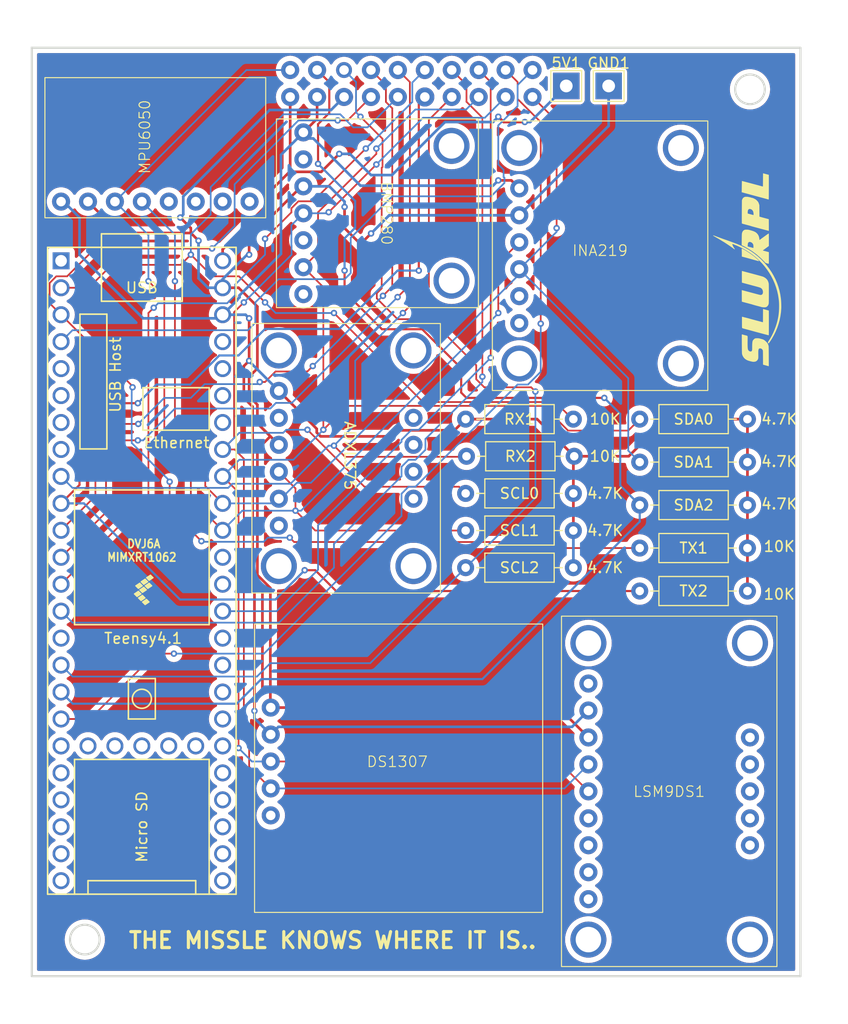
<source format=kicad_pcb>
(kicad_pcb (version 20240108) (generator "pcbnew") (generator_version "8.0")
  (layers (0 "F.Cu" signal) (31 "B.Cu" signal) (34 "B.Paste" user) (35 "F.Paste" user) (36 "B.SilkS" user "B.Silkscreen") (37 "F.SilkS" user "F.Silkscreen") (38 "B.Mask" user) (39 "F.Mask" user) (44 "Edge.Cuts" user))
  (net 0 "")
  (net 6 "/SDA1")
  (net 7 "/SCL1")
  (net 10 "/3V3")
  (net 12 "/SCL0")
  (net 14 "/SDA0")
  (net 15 "/RFM-SCK")
  (net 16 "/RX2")
  (net 17 "/SDA2")
  (net 18 "/SCL2")
  (net 19 "/VIDEO{slash}ON")
  (net 20 "/RFM-RST")
  (net 21 "/RFM-INT")
  (net 22 "/RFM-MISO")
  (net 23 "/TX2")
  (net 24 "/RFM-CS")
  (net 25 "/RX1")
  (net 26 "/RFM-MOSI")
  (net 27 "/TX1")
  (net 77 "+5V")
  (net 78 "GND")
  (footprint "SACCUP-2025:LSM9DS1" (layer "F.Cu") (at 174.96 135.09)
    (property "Reference" "LSM9DS1")
    (property "Value" "~" (hide yes))
  )
  (footprint "Resistor_THT:R_Axial_DIN0207_L6.3mm_D2.5mm_P10.16mm_Horizontal" (layer "F.Cu") (at 182.34 87.55)
    (property "Reference" "SDA1")
    (property "Value" "4.7K")
  )
  (footprint "SACCUP-2025:MPU6050" (layer "F.Cu") (at 147.064 64.524 90)
    (property "Reference" "MPU6050")
    (property "Value" "~" (hide yes))
  )
  (footprint "SACCUP-2025:INA219" (layer "F.Cu") (at 168.44 55.4)
    (property "Reference" "INA219")
    (property "Value" "~" (hide yes))
  )
  (footprint "SACCUP-2025:DS1307" (layer "F.Cu") (at 146.011 129.989)
    (property "Reference" "DS1307")
    (property "Value" "~" (hide yes))
  )
  (footprint "SACCUP-2025:SLURPL-Logo" (layer "F.Cu") (at 192.5 69.5 90)
    (property "Reference" "G***" (hide yes))
    (property "Value" "LOGO" (hide yes))
  )
  (footprint "SACCUP-2025:Component Breakout" (layer "F.Cu") (at 173.246 51.87 90)
    (property "Reference" "Component_Breakout1" (hide yes))
    (property "Value" "~" (hide yes))
  )
  (footprint "Resistor_THT:R_Axial_DIN0207_L6.3mm_D2.5mm_P10.16mm_Horizontal" (layer "F.Cu") (at 182.34 83.5)
    (property "Reference" "SDA0")
    (property "Value" "4.7K")
  )
  (footprint "Resistor_THT:R_Axial_DIN0207_L6.3mm_D2.5mm_P10.16mm_Horizontal" (layer "F.Cu") (at 176.08 83.5 180)
    (property "Reference" "RX1")
    (property "Value" "10K")
  )
  (footprint "SACCUP-2025:Teensy41" (layer "F.Cu") (at 135.38 97.79 -90)
    (property "Reference" "U1" (hide yes))
    (property "Value" "Teensy4.1")
  )
  (footprint "SACCUP-2025:BMP280" (layer "F.Cu") (at 148.075 55.21 -90)
    (property "Reference" "BMP280")
    (property "Value" "~" (hide yes))
  )
  (footprint "Resistor_THT:R_Axial_DIN0207_L6.3mm_D2.5mm_P10.16mm_Horizontal" (layer "F.Cu") (at 182.34 95.65)
    (property "Reference" "TX1")
    (property "Value" "10K")
  )
  (footprint "TestPoint:TestPoint_THTPad_2.5x2.5mm_Drill1.2mm" (layer "F.Cu") (at 175.41 52.1)
    (property "Reference" "5V1")
    (property "Value" "Power_Hole" (hide yes))
  )
  (footprint "Resistor_THT:R_Axial_DIN0207_L6.3mm_D2.5mm_P10.16mm_Horizontal" (layer "F.Cu") (at 182.34 91.6)
    (property "Reference" "SDA2")
    (property "Value" "4.7K")
  )
  (footprint "SACCUP-2025:ADXL375" (layer "F.Cu") (at 145.76 74.49 -90)
    (property "Reference" "ADXL375" (hide yes))
    (property "Value" "ADXL375")
  )
  (footprint "Resistor_THT:R_Axial_DIN0207_L6.3mm_D2.5mm_P10.16mm_Horizontal" (layer "F.Cu") (at 182.34 99.7)
    (property "Reference" "TX2")
    (property "Value" "10K")
  )
  (footprint "TestPoint:TestPoint_THTPad_2.5x2.5mm_Drill1.2mm" (layer "F.Cu") (at 179.41 52.1)
    (property "Reference" "GND1")
    (property "Value" "Power_Hole" (hide yes))
  )
  (footprint "Resistor_THT:R_Axial_DIN0207_L6.3mm_D2.5mm_P10.16mm_Horizontal" (layer "F.Cu") (at 166 87)
    (property "Reference" "RX2")
    (property "Value" "10K")
  )
  (footprint "Resistor_THT:R_Axial_DIN0207_L6.3mm_D2.5mm_P10.16mm_Horizontal" (layer "F.Cu") (at 165.92 90.5)
    (property "Reference" "SCL0")
    (property "Value" "4.7K")
  )
  (footprint "Resistor_THT:R_Axial_DIN0207_L6.3mm_D2.5mm_P10.16mm_Horizontal" (layer "F.Cu") (at 165.92 97.5)
    (property "Reference" "SCL2")
    (property "Value" "4.7K")
  )
  (footprint "Resistor_THT:R_Axial_DIN0207_L6.3mm_D2.5mm_P10.16mm_Horizontal" (layer "F.Cu") (at 165.92 94)
    (property "Reference" "SCL1")
    (property "Value" "4.7K")
  )
  (gr_circle (center 130 132.55) (end 131.4 132.55) (stroke (width 0.2)) (fill none) (layer "Edge.Cuts"))
  (gr_rect (start 125 48.5) (end 197.5 136) (stroke (width 0.2)) (fill none) (layer "Edge.Cuts"))
  (gr_circle (center 192.74 52.418861) (end 194.14 52.418861) (stroke (width 0.2)) (fill none) (layer "Edge.Cuts"))
  (gr_text "THE MISSLE KNOWS WHERE IT IS.." (at 134 133.5 0) (layer "F.SilkS") (effects (font (size 1.5 1.5) (thickness 0.3) (bold yes)) (justify left bottom)))
  (segment (start 174.5 55.41) (end 172.23 53.14) (width 0.16) (layer "F.Cu") (net 6))
  (segment (start 138.5 84.78) (end 138.5 70.5) (width 0.16) (layer "F.Cu") (net 6))
  (segment (start 141.36 87.64) (end 138.5 84.78) (width 0.16) (layer "F.Cu") (net 6))
  (segment (start 174.5 65.5) (end 174.5 55.41) (width 0.16) (layer "F.Cu") (net 6))
  (segment (start 141.36 89.8) (end 141.36 87.64) (width 0.16) (layer "F.Cu") (net 6))
  (segment (start 143 91.44) (end 141.36 89.8) (width 0.16) (layer "F.Cu") (net 6))
  (via (at 138.5 70.5) (size 0.6) (drill 0.3) (layers "F.Cu" "B.Cu") (net 6))
  (via (at 174.5 65.5) (size 0.6) (drill 0.3) (layers "F.Cu" "B.Cu") (net 6))
  (segment (start 170.98 69.37) (end 181.26 79.65) (width 0.16) (layer "B.Cu") (net 6))
  (segment (start 181.26 86.47) (end 182.34 87.55) (width 0.16) (layer "B.Cu") (net 6))
  (segment (start 147.86 91.44) (end 148.3 91) (width 0.16) (layer "B.Cu") (net 6))
  (segment (start 151.330143 89.5) (end 170.98 69.850143) (width 0.16) (layer "B.Cu") (net 6))
  (segment (start 150 89.5) (end 151.330143 89.5) (width 0.16) (layer "B.Cu") (net 6))
  (segment (start 148.5 91) (end 150 89.5) (width 0.16) (layer "B.Cu") (net 6))
  (segment (start 138.5 70.5) (end 138.5 66.12) (width 0.16) (layer "B.Cu") (net 6))
  (segment (start 143 91.44) (end 147.86 91.44) (width 0.16) (layer "B.Cu") (net 6))
  (segment (start 174.5 65.85) (end 170.98 69.37) (width 0.16) (layer "B.Cu") (net 6))
  (segment (start 174.5 65.5) (end 174.5 65.85) (width 0.16) (layer "B.Cu") (net 6))
  (segment (start 138.5 66.12) (end 135.38 63) (width 0.16) (layer "B.Cu") (net 6))
  (segment (start 181.26 79.65) (end 181.26 86.47) (width 0.16) (layer "B.Cu") (net 6))
  (segment (start 148.3 91) (end 148.5 91) (width 0.16) (layer "B.Cu") (net 6))
  (segment (start 170.98 69.850143) (end 170.98 69.37) (width 0.16) (layer "B.Cu") (net 6))
  (segment (start 141.92 92.9) (end 143 93.98) (width 0.16) (layer "F.Cu") (net 7))
  (segment (start 140 91) (end 141.9 92.9) (width 0.16) (layer "F.Cu") (net 7))
  (segment (start 169 73.5) (end 169 68.81) (width 0.16) (layer "F.Cu") (net 7))
  (segment (start 141.9 92.9) (end 141.92 92.9) (width 0.16) (layer "F.Cu") (net 7))
  (segment (start 151.74 94) (end 165.92 94) (width 0.16) (layer "F.Cu") (net 7))
  (segment (start 137.5 72) (end 137.5 85.5) (width 0.16) (layer "F.Cu") (net 7))
  (segment (start 136 70.5) (end 137.5 72) (width 0.16) (layer "F.Cu") (net 7))
  (segment (start 140 88) (end 140 91) (width 0.16) (layer "F.Cu") (net 7))
  (segment (start 149.87 92.13) (end 151.74 94) (width 0.16) (layer "F.Cu") (net 7))
  (segment (start 169 68.81) (end 170.98 66.83) (width 0.16) (layer "F.Cu") (net 7))
  (segment (start 137.5 85.5) (end 140 88) (width 0.16) (layer "F.Cu") (net 7))
  (segment (start 149.87 90.03) (end 148.3 88.46) (width 0.16) (layer "F.Cu") (net 7))
  (segment (start 149.87 92.13) (end 149.87 90.03) (width 0.16) (layer "F.Cu") (net 7))
  (via (at 136 70.5) (size 0.6) (drill 0.3) (layers "F.Cu" "B.Cu") (net 7))
  (via (at 169 73.5) (size 0.6) (drill 0.3) (layers "F.Cu" "B.Cu") (net 7))
  (via (at 149.87 92.13) (size 0.6) (drill 0.3) (layers "F.Cu" "B.Cu") (net 7))
  (segment (start 149.87 92.13) (end 150.398062 92.13) (width 0.16) (layer "B.Cu") (net 7))
  (segment (start 136 70.5) (end 136 66.16) (width 0.16) (layer "B.Cu") (net 7))
  (segment (start 136 66.16) (end 132.84 63) (width 0.16) (layer "B.Cu") (net 7))
  (segment (start 144.85 92.13) (end 149.87 92.13) (width 0.16) (layer "B.Cu") (net 7))
  (segment (start 143 93.98) (end 144.85 92.13) (width 0.16) (layer "B.Cu") (net 7))
  (segment (start 145.24 50.6) (end 149.37 50.6) (width 0.16) (layer "B.Cu") (net 7))
  (segment (start 132.84 63) (end 145.24 50.6) (width 0.16) (layer "B.Cu") (net 7))
  (segment (start 150.398062 92.13) (end 169 73.528062) (width 0.16) (layer "B.Cu") (net 7))
  (segment (start 169 73.528062) (end 169 73.5) (width 0.16) (layer "B.Cu") (net 7))
  (segment (start 164.865 84.555) (end 165.92 83.5) (width 0.25) (layer "F.Cu") (net 10))
  (segment (start 145.5 74) (end 145.5 78) (width 0.25) (layer "F.Cu") (net 10))
  (segment (start 192.5 83.5) (end 192.5 87.55) (width 0.25) (layer "F.Cu") (net 10))
  (segment (start 159.445 84.555) (end 164.865 84.555) (width 0.25) (layer "F.Cu") (net 10))
  (segment (start 165.92 83.5) (end 172.66 83.5) (width 0.25) (layer "F.Cu") (net 10))
  (segment (start 184.799009 83.5) (end 192.5 83.5) (width 0.25) (layer "F.Cu") (net 10))
  (segment (start 181.299009 87) (end 184.799009 83.5) (width 0.25) (layer "F.Cu") (net 10))
  (segment (start 192.5 95.65) (end 192.5 99.7) (width 0.25) (layer "F.Cu") (net 10))
  (segment (start 176.16 87.16) (end 176.08 87.24) (width 0.25) (layer "F.Cu") (net 10))
  (segment (start 151.875 84.415) (end 151.875 84.758884) (width 0.25) (layer "F.Cu") (net 10))
  (segment (start 176.08 87.24) (end 176.08 90.5) (width 0.25) (layer "F.Cu") (net 10))
  (segment (start 192.5 87.55) (end 192.5 91.6) (width 0.25) (layer "F.Cu") (net 10))
  (segment (start 176.16 87) (end 181.299009 87) (width 0.25) (layer "F.Cu") (net 10))
  (segment (start 151.91 55.185) (end 150.615 56.48) (width 0.25) (layer "F.Cu") (net 10))
  (segment (start 170.23 61) (end 170.98 61.75) (width 0.25) (layer "F.Cu") (net 10))
  (segment (start 152.241116 85.125) (end 158.875 85.125) (width 0.25) (layer "F.Cu") (net 10))
  (segment (start 145.825 98.375179) (end 145.825 82.325) (width 0.25) (layer "F.Cu") (net 10))
  (segment (start 176.16 87) (end 176.16 87.16) (width 0.25) (layer "F.Cu") (net 10))
  (segment (start 151.875 84.758884) (end 152.241116 85.125) (width 0.25) (layer "F.Cu") (net 10))
  (segment (start 145.825 82.325) (end 145 81.5) (width 0.25) (layer "F.Cu") (net 10))
  (segment (start 169 61) (end 170.23 61) (width 0.25) (layer "F.Cu") (net 10))
  (segment (start 192.5 91.6) (end 192.5 95.65) (width 0.25) (layer "F.Cu") (net 10))
  (segment (start 146 98.550179) (end 145.825 98.375179) (width 0.25) (layer "F.Cu") (net 10))
  (segment (start 176.08 90.5) (end 176.08 94) (width 0.25) (layer "F.Cu") (net 10))
  (segment (start 151.91 53.14) (end 151.91 55.185) (width 0.25) (layer "F.Cu") (net 10))
  (segment (start 145 81.5) (end 145 78.5) (width 0.25) (layer "F.Cu") (net 10))
  (segment (start 148.3 80.84) (end 151.875 84.415) (width 0.25) (layer "F.Cu") (net 10))
  (segment (start 172.66 83.5) (end 176.16 87) (width 0.25) (layer "F.Cu") (net 10))
  (segment (start 145 78.5) (end 145.5 78) (width 0.25) (layer "F.Cu") (net 10))
  (segment (start 146 111) (end 146 98.550179) (width 0.25) (layer "F.Cu") (net 10))
  (segment (start 158.875 85.125) (end 159.445 84.555) (width 0.25) (layer "F.Cu") (net 10))
  (via (at 146 111) (size 0.6) (drill 0.3) (layers "F.Cu" "B.Cu") (net 10))
  (via (at 145.5 74) (size 0.6) (drill 0.3) (layers "F.Cu" "B.Cu") (net 10))
  (via (at 145.5 78) (size 0.6) (drill 0.3) (layers "F.Cu" "B.Cu") (net 10))
  (via (at 169 61) (size 0.6) (drill 0.3) (layers "F.Cu" "B.Cu") (net 10))
  (segment (start 177.5 110.96) (end 175.96 112.5) (width 0.25) (layer "B.Cu") (net 10))
  (segment (start 143 73.66) (end 144.375 72.285) (width 0.25) (layer "B.Cu") (net 10))
  (segment (start 143 73.66) (end 142.66 74) (width 0.25) (layer "B.Cu") (net 10))
  (segment (start 150.0475 57.0475) (end 150.615 56.48) (width 0.25) (layer "B.Cu") (net 10))
  (segment (start 146 111) (end 146 111.69) (width 0.25) (layer "B.Cu") (net 10))
  (segment (start 145.5 78) (end 145.5 78.04) (width 0.25) (layer "B.Cu") (net 10))
  (segment (start 151.5475 57.0475) (end 156 61.5) (width 0.25) (layer "B.Cu") (net 10))
  (segment (start 148.5 58.595) (end 150.0475 57.0475) (width 0.25) (layer "B.Cu") (net 10))
  (segment (start 144.375 72.285) (end 144.375 72.241116) (width 0.25) (layer "B.Cu") (net 10))
  (segment (start 144.375 72.241116) (end 144.595 72.021116) (width 0.25) (layer "B.Cu") (net 10))
  (segment (start 129.5 64.5) (end 127.76 62.76) (width 0.25) (layer "B.Cu") (net 10))
  (segment (start 150.0475 57.0475) (end 151.5475 57.0475) (width 0.25) (layer "B.Cu") (net 10))
  (segment (start 144.595 72.021116) (end 144.595 71.832244) (width 0.25) (layer "B.Cu") (net 10))
  (segment (start 144.595 71.832244) (end 148.5 67.927244) (width 0.25) (layer "B.Cu") (net 10))
  (segment (start 129.5 68) (end 129.5 64.5) (width 0.25) (layer "B.Cu") (net 10))
  (segment (start 176.08 94) (end 176.08 97.5) (width 0.25) (layer "B.Cu") (net 10))
  (segment (start 148.26 112.5) (end 147.535 113.225) (width 0.25) (layer "B.Cu") (net 10))
  (segment (start 142.66 74) (end 135.5 74) (width 0.25) (layer "B.Cu") (net 10))
  (segment (start 135.5 74) (end 129.5 68) (width 0.25) (layer "B.Cu") (net 10))
  (segment (start 145.16 73.66) (end 145.5 74) (width 0.25) (layer "B.Cu") (net 10))
  (segment (start 145.5 78.04) (end 148.3 80.84) (width 0.25) (layer "B.Cu") (net 10))
  (segment (start 156 61.5) (end 168.5 61.5) (width 0.25) (layer "B.Cu") (net 10))
  (segment (start 143 73.66) (end 145.16 73.66) (width 0.25) (layer "B.Cu") (net 10))
  (segment (start 175.96 112.5) (end 148.26 112.5) (width 0.25) (layer "B.Cu") (net 10))
  (segment (start 168.5 61.5) (end 169 61) (width 0.25) (layer "B.Cu") (net 10))
  (segment (start 146 111.69) (end 147.535 113.225) (width 0.25) (layer "B.Cu") (net 10))
  (segment (start 148.5 67.927244) (end 148.5 58.595) (width 0.25) (layer "B.Cu") (net 10))
  (segment (start 145 87.22863) (end 144.13137 86.36) (width 0.16) (layer "F.Cu") (net 12))
  (segment (start 144.13137 86.36) (end 143 86.36) (width 0.16) (layer "F.Cu") (net 12))
  (segment (start 151 84.5) (end 156.37 89.87) (width 0.16) (layer "F.Cu") (net 12))
  (segment (start 147.535 118.305) (end 145.5 116.27) (width 0.16) (layer "F.Cu") (net 12))
  (segment (start 156.37 89.87) (end 165.29 89.87) (width 0.16) (layer "F.Cu") (net 12))
  (segment (start 143 86.36) (end 144.08 85.28) (width 0.16) (layer "F.Cu") (net 12))
  (segment (start 145 112.5) (end 145 87.22863) (width 0.16) (layer "F.Cu") (net 12))
  (segment (start 144.08 85.28) (end 144.08 73.42) (width 0.16) (layer "F.Cu") (net 12))
  (segment (start 157.5 59.5) (end 153 64) (width 0.16) (layer "F.Cu") (net 12))
  (segment (start 144.08 73.42) (end 145 72.5) (width 0.16) (layer "F.Cu") (net 12))
  (segment (start 145.5 113) (end 145 112.5) (width 0.16) (layer "F.Cu") (net 12))
  (segment (start 145.5 116.27) (end 145.5 113) (width 0.16) (layer "F.Cu") (net 12))
  (segment (start 165.29 89.87) (end 165.92 90.5) (width 0.16) (layer "F.Cu") (net 12))
  (via (at 157.5 59.5) (size 0.6) (drill 0.3) (layers "F.Cu" "B.Cu") (net 12))
  (via (at 153 64) (size 0.6) (drill 0.3) (layers "F.Cu" "B.Cu") (net 12))
  (via (at 151 84.5) (size 0.6) (drill 0.3) (layers "F.Cu" "B.Cu") (net 12))
  (via (at 145 72.5) (size 0.6) (drill 0.3) (layers "F.Cu" "B.Cu") (net 12))
  (segment (start 149.5 67.123062) (end 149.485 67.108062) (width 0.16) (layer "B.Cu") (net 12))
  (segment (start 143 86.36) (end 144.57 84.79) (width 0.16) (layer "B.Cu") (net 12))
  (segment (start 169.69 53.14) (end 167.735 55.095) (width 0.16) (layer "B.Cu") (net 12))
  (segment (start 153 64) (end 152.9 64.1) (width 0.16) (layer "B.Cu") (net 12))
  (segment (start 150.99 84.51) (end 151 84.5) (width 0.16) (layer "B.Cu") (net 12))
  (segment (start 145 72.5) (end 149.5 68) (width 0.16) (layer "B.Cu") (net 12))
  (segment (start 149.485 65.23) (end 150.615 64.1) (width 0.16) (layer "B.Cu") (net 12))
  (segment (start 148.71 84.79) (end 149 84.5) (width 0.16) (layer "B.Cu") (net 12))
  (segment (start 149 84.5) (end 151 84.5) (width 0.16) (layer "B.Cu") (net 12))
  (segment (start 147.535 118.305) (end 175.235 118.305) (width 0.16) (layer "B.Cu") (net 12))
  (segment (start 144.57 84.79) (end 148.71 84.79) (width 0.16) (layer "B.Cu") (net 12))
  (segment (start 149.485 67.108062) (end 149.485 65.23) (width 0.16) (layer "B.Cu") (net 12))
  (segment (start 161.905 55.095) (end 157.5 59.5) (width 0.16) (layer "B.Cu") (net 12))
  (segment (start 149.5 68) (end 149.5 67.123062) (width 0.16) (layer "B.Cu") (net 12))
  (segment (start 167.735 55.095) (end 161.905 55.095) (width 0.16) (layer "B.Cu") (net 12))
  (segment (start 152.9 64.1) (end 150.615 64.1) (width 0.16) (layer "B.Cu") (net 12))
  (segment (start 175.235 118.305) (end 177.5 116.04) (width 0.16) (layer "B.Cu") (net 12))
  (segment (start 157.5 58.5) (end 152 64) (width 0.16) (layer "F.Cu") (net 14))
  (segment (start 144.5 90.4) (end 143 88.9) (width 0.16) (layer "F.Cu") (net 14))
  (segment (start 175.58 84.58) (end 173.25 82.25) (width 0.16) (layer "F.Cu") (net 14))
  (segment (start 174.685 115.765) (end 177.5 118.58) (width 0.16) (layer "F.Cu") (net 14))
  (segment (start 154.75 82.25) (end 152.5 84.5) (width 0.16) (layer "F.Cu") (net 14))
  (segment (start 152 64) (end 152 67.795) (width 0.16) (layer "F.Cu") (net 14))
  (segment (start 152.5 84.5) (end 152.5 71.065) (width 0.16) (layer "F.Cu") (net 14))
  (segment (start 147.535 115.765) (end 174.685 115.765) (width 0.16) (layer "F.Cu") (net 14))
  (segment (start 182.34 83.5) (end 181.26 84.58) (width 0.16) (layer "F.Cu") (net 14))
  (segment (start 144.5 114.5) (end 144.5 90.4) (width 0.16) (layer "F.Cu") (net 14))
  (segment (start 157.5 58) (end 157.5 58.5) (width 0.16) (layer "F.Cu") (net 14))
  (segment (start 152 67.795) (end 150.615 69.18) (width 0.16) (layer "F.Cu") (net 14))
  (segment (start 152.5 71.065) (end 150.615 69.18) (width 0.16) (layer "F.Cu") (net 14))
  (segment (start 181.84 83) (end 182.34 83.5) (width 0.16) (layer "F.Cu") (net 14))
  (segment (start 181.26 84.58) (end 175.58 84.58) (width 0.16) (layer "F.Cu") (net 14))
  (segment (start 173.25 82.25) (end 154.75 82.25) (width 0.16) (layer "F.Cu") (net 14))
  (via (at 157.5 58) (size 0.6) (drill 0.3) (layers "F.Cu" "B.Cu") (net 14))
  (via (at 152.5 84.5) (size 0.6) (drill 0.3) (layers "F.Cu" "B.Cu") (net 14))
  (via (at 144.5 114.5) (size 0.6) (drill 0.3) (layers "F.Cu" "B.Cu") (net 14))
  (segment (start 145.765 115.765) (end 144.5 114.5) (width 0.16) (layer "B.Cu") (net 14))
  (segment (start 157.5 58) (end 161.18 54.32) (width 0.16) (layer "B.Cu") (net 14))
  (segment (start 144.57 87.33) (end 149.67 87.33) (width 0.16) (layer "B.Cu") (net 14))
  (segment (start 143 88.9) (end 144.57 87.33) (width 0.16) (layer "B.Cu") (net 14))
  (segment (start 149.67 87.33) (end 152.5 84.5) (width 0.16) (layer "B.Cu") (net 14))
  (segment (start 165.97 54.32) (end 167.15 53.14) (width 0.16) (layer "B.Cu") (net 14))
  (segment (start 161.18 54.32) (end 165.97 54.32) (width 0.16) (layer "B.Cu") (net 14))
  (segment (start 147.535 115.765) (end 145.765 115.765) (width 0.16) (layer "B.Cu") (net 14))
  (segment (start 168.28 77.72) (end 168.28 51.73) (width 0.16) (layer "F.Cu") (net 15))
  (segment (start 168.28 51.73) (end 167.15 50.6) (width 0.16) (layer "F.Cu") (net 15))
  (via (at 168.28 77.72) (size 0.6) (drill 0.3) (layers "F.Cu" "B.Cu") (net 15))
  (segment (start 159.87 85.63) (end 159.87 85.451938) (width 0.16) (layer "B.Cu") (net 15))
  (segment (start 152 93.5) (end 159.87 85.63) (width 0.16) (layer "B.Cu") (net 15))
  (segment (start 161.49 84.51) (end 168.28 77.72) (width 0.16) (layer "B.Cu") (net 15))
  (segment (start 143 101.6) (end 148.091853 101.6) (width 0.16) (layer "B.Cu") (net 15))
  (segment (start 159.87 85.451938) (end 160.811938 84.51) (width 0.16) (layer "B.Cu") (net 15))
  (segment (start 148.091853 101.6) (end 152 97.691853) (width 0.16) (layer "B.Cu") (net 15))
  (segment (start 152 97.691853) (end 152 93.5) (width 0.16) (layer "B.Cu") (net 15))
  (segment (start 160.811938 84.51) (end 161.49 84.51) (width 0.16) (layer "B.Cu") (net 15))
  (segment (start 165.95 87.05) (end 166 87) (width 0.16) (layer "F.Cu") (net 16))
  (segment (start 154.55 87.05) (end 165.95 87.05) (width 0.16) (layer "F.Cu") (net 16))
  (segment (start 162.45 71.05) (end 160 73.5) (width 0.16) (layer "F.Cu") (net 16))
  (segment (start 162.45 55.3) (end 162.45 71.05) (width 0.16) (layer "F.Cu") (net 16))
  (segment (start 153.5 86) (end 154.55 87.05) (width 0.16) (layer "F.Cu") (net 16))
  (segment (start 164.61 53.14) (end 162.45 55.3) (width 0.16) (layer "F.Cu") (net 16))
  (via (at 153.5 86) (size 0.6) (drill 0.3) (layers "F.Cu" "B.Cu") (net 16))
  (via (at 160 73.5) (size 0.6) (drill 0.3) (layers "F.Cu" "B.Cu") (net 16))
  (segment (start 155.5 84) (end 153.5 86) (width 0.16) (layer "B.Cu") (net 16))
  (segment (start 152.990884 86) (end 149.400884 89.59) (width 0.16) (layer "B.Cu") (net 16))
  (segment (start 143.52 89.98) (end 128.84 89.98) (width 0.16) (layer "B.Cu") (net 16))
  (segment (start 155.5 78) (end 155.5 84) (width 0.16) (layer "B.Cu") (net 16))
  (segment (start 160 73.5) (end 155.5 78) (width 0.16) (layer "B.Cu") (net 16))
  (segment (start 128.84 89.98) (end 127.76 88.9) (width 0.16) (layer "B.Cu") (net 16))
  (segment (start 152.990884 86) (end 153.5 86) (width 0.16) (layer "B.Cu") (net 16))
  (segment (start 143.91 89.59) (end 143.52 89.98) (width 0.16) (layer "B.Cu") (net 16))
  (segment (start 149.400884 89.59) (end 143.91 89.59) (width 0.16) (layer "B.Cu") (net 16))
  (segment (start 152 59.44) (end 152 55.69604) (width 0.2) (layer "F.Cu") (net 17))
  (segment (start 153.06 51.75) (end 151.91 50.6) (width 0.2) (layer "F.Cu") (net 17))
  (segment (start 153.06 54.63604) (end 153.06 51.75) (width 0.2) (layer "F.Cu") (net 17))
  (segment (start 154.5 71.5) (end 158.03 75.03) (width 0.2) (layer "F.Cu") (net 17))
  (segment (start 165.5 78.701572) (end 165.5 81) (width 0.2) (layer "F.Cu") (net 17))
  (segment (start 158.03 75.03) (end 161.828428 75.03) (width 0.2) (layer "F.Cu") (net 17))
  (segment (start 165.5 81) (end 166 81.5) (width 0.2) (layer "F.Cu") (net 17))
  (segment (start 152 55.69604) (end 153.06 54.63604) (width 0.2) (layer "F.Cu") (net 17))
  (segment (start 154.5 69.5) (end 154.5 71.5) (width 0.2) (layer "F.Cu") (net 17))
  (segment (start 166 81.5) (end 179 81.5) (width 0.2) (layer "F.Cu") (net 17))
  (segment (start 161.828428 75.03) (end 165.5 78.701572) (width 0.2) (layer "F.Cu") (net 17))
  (via (at 152 59.44) (size 0.6) (drill 0.3) (layers "F.Cu" "B.Cu") (net 17))
  (via (at 179 81.5) (size 0.6) (drill 0.3) (layers "F.Cu" "B.Cu") (net 17))
  (via (at 154.5 69.5) (size 0.6) (drill 0.3) (layers "F.Cu" "B.Cu") (net 17))
  (segment (start 127.76 109.22) (end 128.86 110.32) (width 0.2) (layer "B.Cu") (net 17))
  (segment (start 152 59.44) (end 155.5 62.94) (width 0.2) (layer "B.Cu") (net 17))
  (segment (start 180.5 83) (end 180.5 89.76) (width 0.2) (layer "B.Cu") (net 17))
  (segment (start 155.5 65.462598) (end 154.5 66.462598) (width 0.2) (layer "B.Cu") (net 17))
  (segment (start 128.86 110.32) (end 144.331471 110.32) (width 0.2) (layer "B.Cu") (net 17))
  (segment (start 144.331471 110.32) (end 146.651471 108) (width 0.2) (layer "B.Cu") (net 17))
  (segment (start 155.5 62.94) (end 155.5 65.462598) (width 0.2) (layer "B.Cu") (net 17))
  (segment (start 167.5 108) (end 182.34 93.16) (width 0.2) (layer "B.Cu") (net 17))
  (segment (start 179 81.5) (end 180.5 83) (width 0.2) (layer "B.Cu") (net 17))
  (segment (start 154.5 66.462598) (end 154.5 69.5) (width 0.2) (layer "B.Cu") (net 17))
  (segment (start 180.5 89.76) (end 182.34 91.6) (width 0.2) (layer "B.Cu") (net 17))
  (segment (start 146.651471 108) (end 167.5 108) (width 0.2) (layer "B.Cu") (net 17))
  (segment (start 182.34 93.16) (end 182.34 91.6) (width 0.2) (layer "B.Cu") (net 17))
  (segment (start 167.679756 80.5) (end 166.92 79.740244) (width 0.16) (layer "F.Cu") (net 18))
  (segment (start 157.54 72.120244) (end 157.54 71.639756) (width 0.16) (layer "F.Cu") (net 18))
  (segment (start 159.499756 74.08) (end 157.54 72.120244) (width 0.16) (layer "F.Cu") (net 18))
  (segment (start 166.92 78.42) (end 162.58 74.08) (width 0.16) (layer "F.Cu") (net 18))
  (segment (start 172.1 80.5) (end 167.679756 80.5) (width 0.16) (layer "F.Cu") (net 18))
  (segment (start 162.58 74.08) (end 159.499756 74.08) (width 0.16) (layer "F.Cu") (net 18))
  (segment (start 158 59.820244) (end 158.08 59.740244) (width 0.16) (layer "F.Cu") (net 18))
  (segment (start 166.92 79.740244) (end 166.92 78.42) (width 0.16) (layer "F.Cu") (net 18))
  (segment (start 157.54 71.639756) (end 158 71.179756) (width 0.16) (layer "F.Cu") (net 18))
  (segment (start 172.5 80.9) (end 172.1 80.5) (width 0.16) (layer "F.Cu") (net 18))
  (segment (start 158.08 59.740244) (end 158.08 57.08) (width 0.16) (layer "F.Cu") (net 18))
  (segment (start 158 71.179756) (end 158 59.820244) (width 0.16) (layer "F.Cu") (net 18))
  (segment (start 158.08 57.08) (end 156 55) (width 0.16) (layer "F.Cu") (net 18))
  (via (at 172.5 80.9) (size 0.6) (drill 0.3) (layers "F.Cu" "B.Cu") (net 18))
  (via (at 156 55) (size 0.6) (drill 0.3) (layers "F.Cu" "B.Cu") (net 18))
  (segment (start 146.24 107.76) (end 147.5 106.5) (width 0.16) (layer "B.Cu") (net 18))
  (segment (start 155.58 51.73) (end 155.58 54.58) (width 0.16) (layer "B.Cu") (net 18))
  (segment (start 147.5 106.5) (end 156.92 106.5) (width 0.16) (layer "B.Cu") (net 18))
  (segment (start 155.58 54.58) (end 156 55) (width 0.16) (layer "B.Cu") (net 18))
  (segment (start 156.92 106.5) (end 165.92 97.5) (width 0.16) (layer "B.Cu") (net 18))
  (segment (start 127.76 106.68) (end 128.84 107.76) (width 0.16) (layer "B.Cu") (net 18))
  (segment (start 172.5 90.92) (end 165.92 97.5) (width 0.16) (layer "B.Cu") (net 18))
  (segment (start 154.45 50.6) (end 155.58 51.73) (width 0.16) (layer "B.Cu") (net 18))
  (segment (start 172.5 80.9) (end 172.5 90.92) (width 0.16) (layer "B.Cu") (net 18))
  (segment (start 128.84 107.76) (end 146.24 107.76) (width 0.16) (layer "B.Cu") (net 18))
  (segment (start 128.84 75.12) (end 145.38 75.12) (width 0.16) (layer "B.Cu") (net 19))
  (segment (start 155.08 66.42) (end 159 62.5) (width 0.16) (layer "B.Cu") (net 19))
  (segment (start 154.510244 70.31) (end 155.08 69.740244) (width 0.16) (layer "B.Cu") (net 19))
  (segment (start 159 62.5) (end 168.320244 62.5) (width 0.16) (layer "B.Cu") (net 19))
  (segment (start 127.76 76.2) (end 128.84 75.12) (width 0.16) (layer "B.Cu") (net 19))
  (segment (start 170.82 54.000244) (end 170.82 52.01) (width 0.16) (layer "B.Cu") (net 19))
  (segment (start 155.08 69.740244) (end 155.08 66.42) (width 0.16) (layer "B.Cu") (net 19))
  (segment (start 169.5 60.679756) (end 169.5 60) (width 0.16) (layer "B.Cu") (net 19))
  (segment (start 168.320244 62.5) (end 169.58 61.240244) (width 0.16) (layer "B.Cu") (net 19))
  (segment (start 170.82 52.01) (end 172.23 50.6) (width 0.16) (layer "B.Cu") (net 19))
  (segment (start 145.38 75.12) (end 146.08 74.42) (width 0.16) (layer "B.Cu") (net 19))
  (segment (start 146.08 72.5) (end 148.27 70.31) (width 0.16) (layer "B.Cu") (net 19))
  (segment (start 169.58 60.759756) (end 169.5 60.679756) (width 0.16) (layer "B.Cu") (net 19))
  (segment (start 169.5 60) (end 169 59.5) (width 0.16) (layer "B.Cu") (net 19))
  (segment (start 169 55.820244) (end 170.82 54.000244) (width 0.16) (layer "B.Cu") (net 19))
  (segment (start 146.08 74.42) (end 146.08 72.5) (width 0.16) (layer "B.Cu") (net 19))
  (segment (start 169 59.5) (end 169 55.820244) (width 0.16) (layer "B.Cu") (net 19))
  (segment (start 148.27 70.31) (end 154.510244 70.31) (width 0.16) (layer "B.Cu") (net 19))
  (segment (start 169.58 61.240244) (end 169.58 60.759756) (width 0.16) (layer "B.Cu") (net 19))
  (segment (start 130.49 111.76) (end 127.76 111.76) (width 0.16) (layer "F.Cu") (net 20))
  (segment (start 138.4 105.6) (end 136.65 105.6) (width 0.16) (layer "F.Cu") (net 20))
  (segment (start 173 74.5) (end 173 55.508062) (width 0.16) (layer "F.Cu") (net 20))
  (segment (start 170.82 51.73) (end 169.69 50.6) (width 0.16) (layer "F.Cu") (net 20))
  (segment (start 173 55.508062) (end 170.82 53.328062) (width 0.16) (layer "F.Cu") (net 20))
  (segment (start 170.82 53.328062) (end 170.82 51.73) (width 0.16) (layer "F.Cu") (net 20))
  (segment (start 136.65 105.6) (end 130.49 111.76) (width 0.16) (layer "F.Cu") (net 20))
  (via (at 173 74.5) (size 0.6) (drill 0.3) (layers "F.Cu" "B.Cu") (net 20))
  (via (at 138.4 105.6) (size 0.6) (drill 0.3) (layers "F.Cu" "B.Cu") (net 20))
  (segment (start 159.87 92.63) (end 159.87 90.531938) (width 0.16) (layer "B.Cu") (net 20))
  (segment (start 159.87 90.531938) (end 160.531938 89.87) (width 0.16) (layer "B.Cu") (net 20))
  (segment (start 173 79.040143) (end 173 74.5) (width 0.16) (layer "B.Cu") (net 20))
  (segment (start 146.9 105.6) (end 159.87 92.63) (width 0.16) (layer "B.Cu") (net 20))
  (segment (start 170.818062 80.24) (end 171.800143 80.24) (width 0.16) (layer "B.Cu") (net 20))
  (segment (start 161.188062 89.87) (end 170.818062 80.24) (width 0.16) (layer "B.Cu") (net 20))
  (segment (start 171.800143 80.24) (end 173 79.040143) (width 0.16) (layer "B.Cu") (net 20))
  (segment (start 160.531938 89.87) (end 161.188062 89.87) (width 0.16) (layer "B.Cu") (net 20))
  (segment (start 138.4 105.6) (end 146.9 105.6) (width 0.16) (layer "B.Cu") (net 20))
  (segment (start 151.5 78.5) (end 150.99 79.01) (width 0.16) (layer "F.Cu") (net 21))
  (segment (start 158.4 53.608062) (end 158.4 52.01) (width 0.16) (layer "F.Cu") (net 21))
  (segment (start 135.04 83.950884) (end 133.549116 83.950884) (width 0.16) (layer "F.Cu") (net 21))
  (segment (start 159 71) (end 159 54.208062) (width 0.16) (layer "F.Cu") (net 21))
  (segment (start 131 90.74) (end 127.76 93.98) (width 0.16) (layer "F.Cu") (net 21))
  (segment (start 158.4 52.01) (end 156.99 50.6) (width 0.16) (layer "F.Cu") (net 21))
  (segment (start 131 86.5) (end 131 90.74) (width 0.16) (layer "F.Cu") (net 21))
  (segment (start 159 54.208062) (end 158.4 53.608062) (width 0.16) (layer "F.Cu") (net 21))
  (segment (start 147.99 79.01) (end 147 80) (width 0.16) (layer "F.Cu") (net 21))
  (segment (start 158.12 71.88) (end 159 71) (width 0.16) (layer "F.Cu") (net 21))
  (segment (start 133.549116 83.950884) (end 131 86.5) (width 0.16) (layer "F.Cu") (net 21))
  (segment (start 147 80) (end 146.5 80) (width 0.16) (layer "F.Cu") (net 21))
  (segment (start 150.99 79.01) (end 147.99 79.01) (width 0.16) (layer "F.Cu") (net 21))
  (via (at 158.12 71.88) (size 0.6) (drill 0.3) (layers "F.Cu" "B.Cu") (net 21))
  (via (at 151.5 78.5) (size 0.6) (drill 0.3) (layers "F.Cu" "B.Cu") (net 21))
  (via (at 146.5 80) (size 0.6) (drill 0.3) (layers "F.Cu" "B.Cu") (net 21))
  (via (at 135.04 83.950884) (size 0.6) (drill 0.3) (layers "F.Cu" "B.Cu") (net 21))
  (segment (start 141.3 80.2) (end 146.3 80.2) (width 0.16) (layer "B.Cu") (net 21))
  (segment (start 146.3 80.2) (end 146.5 80) (width 0.16) (layer "B.Cu") (net 21))
  (segment (start 158.12 71.88) (end 152 78) (width 0.16) (layer "B.Cu") (net 21))
  (segment (start 140 81.5) (end 141.3 80.2) (width 0.16) (layer "B.Cu") (net 21))
  (segment (start 137.490884 81.5) (end 140 81.5) (width 0.16) (layer "B.Cu") (net 21))
  (segment (start 152 78) (end 151.5 78.5) (width 0.16) (layer "B.Cu") (net 21))
  (segment (start 135.04 83.950884) (end 137.490884 81.5) (width 0.16) (layer "B.Cu") (net 21))
  (segment (start 166 53.588062) (end 166 51.99) (width 0.16) (layer "F.Cu") (net 22))
  (segment (start 167.5 79.5) (end 167.5 55.088062) (width 0.16) (layer "F.Cu") (net 22))
  (segment (start 167.5 55.088062) (end 166 53.588062) (width 0.16) (layer "F.Cu") (net 22))
  (segment (start 166 51.99) (end 164.61 50.6) (width 0.16) (layer "F.Cu") (net 22))
  (via (at 167.5 79.5) (size 0.6) (drill 0.3) (layers "F.Cu" "B.Cu") (net 22))
  (segment (start 161.188062 87.33) (end 162.13 86.388062) (width 0.16) (layer "B.Cu") (net 22))
  (segment (start 162.13 85.37) (end 167.5 80) (width 0.16) (layer "B.Cu") (net 22))
  (segment (start 159.87 87.991938) (end 160.531938 87.33) (width 0.16) (layer "B.Cu") (net 22))
  (segment (start 148.32 102.68) (end 153.5 97.5) (width 0.16) (layer "B.Cu") (net 22))
  (segment (start 160.531938 87.33) (end 161.188062 87.33) (width 0.16) (layer "B.Cu") (net 22))
  (segment (start 153.5 97.5) (end 153.5 95.25) (width 0.16) (layer "B.Cu") (net 22))
  (segment (start 153.5 95.25) (end 159.87 88.88) (width 0.16) (layer "B.Cu") (net 22))
  (segment (start 128.84 102.68) (end 148.32 102.68) (width 0.16) (layer "B.Cu") (net 22))
  (segment (start 159.87 88.88) (end 159.87 87.991938) (width 0.16) (layer "B.Cu") (net 22))
  (segment (start 167.5 80) (end 167.5 79.5) (width 0.16) (layer "B.Cu") (net 22))
  (segment (start 127.76 101.6) (end 128.84 102.68) (width 0.16) (layer "B.Cu") (net 22))
  (segment (start 162.13 86.388062) (end 162.13 85.37) (width 0.16) (layer "B.Cu") (net 22))
  (segment (start 153.7 99.7) (end 182.34 99.7) (width 0.2) (layer "F.Cu") (net 23))
  (segment (start 150.739214 97.739214) (end 151.739214 97.739214) (width 0.2) (layer "F.Cu") (net 23))
  (segment (start 161.5 69.5) (end 161.5 53.71) (width 0.2) (layer "F.Cu") (net 23))
  (segment (start 151.739214 97.739214) (end 153.7 99.7) (width 0.2) (layer "F.Cu") (net 23))
  (segment (start 129.5 89.7) (end 127.76 91.44) (width 0.2) (layer "F.Cu") (net 23))
  (segment (start 132.5 82) (end 129.5 85) (width 0.2) (layer "F.Cu") (net 23))
  (segment (start 135 82) (end 132.5 82) (width 0.2) (layer "F.Cu") (net 23))
  (segment (start 129.5 85) (end 129.5 89.7) (width 0.2) (layer "F.Cu") (net 23))
  (segment (start 161.5 53.71) (end 162.07 53.14) (width 0.2) (layer "F.Cu") (net 23))
  (via (at 135 82) (size 0.6) (drill 0.3) (layers "F.Cu" "B.Cu") (net 23))
  (via (at 150.739214 97.739214) (size 0.6) (drill 0.3) (layers "F.Cu" "B.Cu") (net 23))
  (via (at 161.5 69.5) (size 0.6) (drill 0.3) (layers "F.Cu" "B.Cu") (net 23))
  (segment (start 129.92 91.44) (end 127.76 91.44) (width 0.2) (layer "B.Cu") (net 23))
  (segment (start 144.5 77.5) (end 147 75) (width 0.2) (layer "B.Cu") (net 23))
  (segment (start 142.684365 77.5) (end 144.5 77.5) (width 0.2) (layer "B.Cu") (net 23))
  (segment (start 147 75) (end 154 75) (width 0.2) (layer "B.Cu") (net 23))
  (segment (start 154 75) (end 159.5 69.5) (width 0.2) (layer "B.Cu") (net 23))
  (segment (start 150.739214 97.739214) (end 147.978428 100.5) (width 0.2) (layer "B.Cu") (net 23))
  (segment (start 136.755635 80.244365) (end 139.94 80.244365) (width 0.2) (layer "B.Cu") (net 23))
  (segment (start 139.94 80.244365) (end 142.684365 77.5) (width 0.2) (layer "B.Cu") (net 23))
  (segment (start 138.98 100.5) (end 129.92 91.44) (width 0.2) (layer "B.Cu") (net 23))
  (segment (start 147.978428 100.5) (end 138.98 100.5) (width 0.2) (layer "B.Cu") (net 23))
  (segment (start 159.5 69.5) (end 161.5 69.5) (width 0.2) (layer "B.Cu") (net 23))
  (segment (start 135 82) (end 136.755635 80.244365) (width 0.2) (layer "B.Cu") (net 23))
  (segment (start 135 85.5) (end 133.5 85.5) (width 0.16) (layer "F.Cu") (net 24))
  (segment (start 132 92.28) (end 127.76 96.52) (width 0.16) (layer "F.Cu") (net 24))
  (segment (start 160.66 51.73) (end 159.53 50.6) (width 0.16) (layer "F.Cu") (net 24))
  (segment (start 132 87) (end 132 92.28) (width 0.16) (layer "F.Cu") (net 24))
  (segment (start 133.5 85.5) (end 132 87) (width 0.16) (layer "F.Cu") (net 24))
  (segment (start 159.5 72) (end 160.66 70.84) (width 0.16) (layer "F.Cu") (net 24))
  (segment (start 160.66 70.84) (end 160.66 51.73) (width 0.16) (layer "F.Cu") (net 24))
  (via (at 159.5 72) (size 0.6) (drill 0.3) (layers "F.Cu" "B.Cu") (net 24))
  (via (at 135 85.5) (size 0.6) (drill 0.3) (layers "F.Cu" "B.Cu") (net 24))
  (segment (start 135 85.5) (end 135.5 85.5) (width 0.16) (layer "B.Cu") (net 24))
  (segment (start 135.5 85.5) (end 138.5 82.5) (width 0.16) (layer "B.Cu") (net 24))
  (segment (start 147.5 82.5) (end 148.03 81.97) (width 0.16) (layer "B.Cu") (net 24))
  (segment (start 149.53 81.97) (end 159.5 72) (width 0.16) (layer "B.Cu") (net 24))
  (segment (start 148.03 81.97) (end 149.53 81.97) (width 0.16) (layer "B.Cu") (net 24))
  (segment (start 138.5 82.5) (end 147.5 82.5) (width 0.16) (layer "B.Cu") (net 24))
  (segment (start 176 83.5) (end 176.08 83.5) (width 0.16) (layer "F.Cu") (net 25))
  (segment (start 144.54 70.04) (end 147 72.5) (width 0.16) (layer "F.Cu") (net 25))
  (segment (start 140 68) (end 142.04 70.04) (width 0.16) (layer "F.Cu") (net 25))
  (segment (start 127.76 71.12) (end 130.38 71.12) (width 0.16) (layer "F.Cu") (net 25))
  (segment (start 132.54 68.96) (end 139.04 68.96) (width 0.16) (layer "F.Cu") (net 25))
  (segment (start 142.04 70.04) (end 144.54 70.04) (width 0.16) (layer "F.Cu") (net 25))
  (segment (start 139.04 68.96) (end 140 68) (width 0.16) (layer "F.Cu") (net 25))
  (segment (start 153.5 73.5) (end 161.89 81.89) (width 0.16) (layer "F.Cu") (net 25))
  (segment (start 174.39 81.89) (end 176 83.5) (width 0.16) (layer "F.Cu") (net 25))
  (segment (start 161.89 81.89) (end 174.39 81.89) (width 0.16) (layer "F.Cu") (net 25))
  (segment (start 130.38 71.12) (end 132.54 68.96) (width 0.16) (layer "F.Cu") (net 25))
  (via (at 140 68) (size 0.6) (drill 0.3) (layers "F.Cu" "B.Cu") (net 25))
  (via (at 147 72.5) (size 0.6) (drill 0.3) (layers "F.Cu" "B.Cu") (net 25))
  (via (at 153.5 73.5) (size 0.6) (drill 0.3) (layers "F.Cu" "B.Cu") (net 25))
  (segment (start 156.67 56) (end 159.53 53.14) (width 0.16) (layer "B.Cu") (net 25))
  (segment (start 141.87 61.63) (end 148.73 54.77) (width 0.16) (layer "B.Cu") (net 25))
  (segment (start 148.73 54.77) (end 154.090244 54.77) (width 0.16) (layer "B.Cu") (net 25))
  (segment (start 148 73.5) (end 153.5 73.5) (width 0.16) (layer "B.Cu") (net 25))
  (segment (start 155.320244 56) (end 156.67 56) (width 0.16) (layer "B.Cu") (net 25))
  (segment (start 141.87 64.208062) (end 141.87 61.63) (width 0.16) (layer "B.Cu") (net 25))
  (segment (start 140 66.078062) (end 141.87 64.208062) (width 0.16) (layer "B.Cu") (net 25))
  (segment (start 140 68) (end 140 66.078062) (width 0.16) (layer "B.Cu") (net 25))
  (segment (start 147 72.5) (end 148 73.5) (width 0.16) (layer "B.Cu") (net 25))
  (segment (start 154.090244 54.77) (end 155.320244 56) (width 0.16) (layer "B.Cu") (net 25))
  (segment (start 136 90.82) (end 127.76 99.06) (width 0.16) (layer "F.Cu") (net 26))
  (segment (start 151.53 62.97) (end 150.146938 62.97) (width 0.16) (layer "F.Cu") (net 26))
  (segment (start 156.5 58) (end 151.53 62.97) (width 0.16) (layer "F.Cu") (net 26))
  (segment (start 149.485 64.015) (end 147 66.5) (width 0.16) (layer "F.Cu") (net 26))
  (segment (start 136 73.5) (end 136 90.82) (width 0.16) (layer "F.Cu") (net 26))
  (segment (start 150.146938 62.97) (end 149.485 63.631938) (width 0.16) (layer "F.Cu") (net 26))
  (segment (start 149.485 63.631938) (end 149.485 64.015) (width 0.16) (layer "F.Cu") (net 26))
  (segment (start 136.5 73) (end 136 73.5) (width 0.16) (layer "F.Cu") (net 26))
  (via (at 156.5 58) (size 0.6) (drill 0.3) (layers "F.Cu" "B.Cu") (net 26))
  (via (at 136.5 73) (size 0.6) (drill 0.3) (layers "F.Cu" "B.Cu") (net 26))
  (via (at 147 66.5) (size 0.6) (drill 0.3) (layers "F.Cu" "B.Cu") (net 26))
  (segment (start 143.42 72.58) (end 144.19 71.81) (width 0.16) (layer "B.Cu") (net 26))
  (segment (start 144.19 70.81) (end 147 68) (width 0.16) (layer "B.Cu") (net 26))
  (segment (start 147 68) (end 147 66.5) (width 0.16) (layer "B.Cu") (net 26))
  (segment (start 136.92 72.58) (end 143.42 72.58) (width 0.16) (layer "B.Cu") (net 26))
  (segment (start 156.5 58) (end 160.89 53.61) (width 0.16) (layer "B.Cu") (net 26))
  (segment (start 144.19 71.81) (end 144.19 70.81) (width 0.16) (layer "B.Cu") (net 26))
  (segment (start 160.89 51.78) (end 162.07 50.6) (width 0.16) (layer "B.Cu") (net 26))
  (segment (start 160.89 53.61) (end 160.89 51.78) (width 0.16) (layer "B.Cu") (net 26))
  (segment (start 136.5 73) (end 136.92 72.58) (width 0.16) (layer "B.Cu") (net 26))
  (segment (start 138 92) (end 141 95) (width 0.16) (layer "F.Cu") (net 27))
  (segment (start 173 95.08) (end 173.57 95.65) (width 0.16) (layer "F.Cu") (net 27))
  (segment (start 149.33 94.67) (end 149.74 95.08) (width 0.16) (layer "F.Cu") (net 27))
  (segment (start 126.68 70.672649) (end 126.68 72.58) (width 0.16) (layer "F.Cu") (net 27))
  (segment (start 153.85 55.35) (end 154.78 55.35) (width 0.16) (layer "F.Cu") (net 27))
  (segment (start 154.78 55.35) (end 156.99 53.14) (width 0.16) (layer "F.Cu") (net 27))
  (segment (start 138 89.4) (end 138 92) (width 0.16) (layer "F.Cu") (net 27))
  (segment (start 173.57 95.65) (end 182.34 95.65) (width 0.16) (layer "F.Cu") (net 27))
  (segment (start 127.312649 70.04) (end 126.68 70.672649) (width 0.16) (layer "F.Cu") (net 27))
  (segment (start 126.68 72.58) (end 127.76 73.66) (width 0.16) (layer "F.Cu") (net 27))
  (segment (start 127.76 73.66) (end 134.5 80.4) (width 0.16) (layer "F.Cu") (net 27))
  (segment (start 128.330883 70.04) (end 127.312649 70.04) (width 0.16) (layer "F.Cu") (net 27))
  (segment (start 130.950883 67.42) (end 128.330883 70.04) (width 0.16) (layer "F.Cu") (net 27))
  (segment (start 173 95.08) (end 149.74 95.08) (width 0.16) (layer "F.Cu") (net 27))
  (segment (start 142 67.42) (end 130.950883 67.42) (width 0.16) (layer "F.Cu") (net 27))
  (segment (start 134.5 80.4) (end 134.5 80.5) (width 0.16) (layer "F.Cu") (net 27))
  (via (at 149.33 94.67) (size 0.6) (drill 0.3) (layers "F.Cu" "B.Cu") (net 27))
  (via (at 141 95) (size 0.6) (drill 0.3) (layers "F.Cu" "B.Cu") (net 27))
  (via (at 142 67.42) (size 0.6) (drill 0.3) (layers "F.Cu" "B.Cu") (net 27))
  (via (at 153.85 55.35) (size 0.6) (drill 0.3) (layers "F.Cu" "B.Cu") (net 27))
  (via (at 134.5 80.5) (size 0.6) (drill 0.3) (layers "F.Cu" "B.Cu") (net 27))
  (via (at 138 89.4) (size 0.6) (drill 0.3) (layers "F.Cu" "B.Cu") (net 27))
  (segment (start 147.260884 94.67) (end 149.33 94.67) (width 0.16) (layer "B.Cu") (net 27))
  (segment (start 134.42 85.740244) (end 134.42 80.58) (width 0.16) (layer "B.Cu") (net 27))
  (segment (start 144.13 65.29) (end 144.13 61.366938) (width 0.16) (layer "B.Cu") (net 27))
  (segment (start 138 89.320244) (end 134.42 85.740244) (width 0.16) (layer "B.Cu") (net 27))
  (segment (start 144.13 61.366938) (end 150.146938 55.35) (width 0.16) (layer "B.Cu") (net 27))
  (segment (start 150.146938 55.35) (end 153.85 55.35) (width 0.16) (layer "B.Cu") (net 27))
  (segment (start 144.13 65.29) (end 142 67.42) (width 0.16) (layer "B.Cu") (net 27))
  (segment (start 141 95) (end 141.06 95.06) (width 0.16) (layer "B.Cu") (net 27))
  (segment (start 138 89.4) (end 138 89.320244) (width 0.16) (layer "B.Cu") (net 27))
  (segment (start 134.42 80.58) (end 134.5 80.5) (width 0.16) (layer "B.Cu") (net 27))
  (segment (start 141.06 95.06) (end 146.870884 95.06) (width 0.16) (layer "B.Cu") (net 27))
  (segment (start 146.870884 95.06) (end 147.260884 94.67) (width 0.16) (layer "B.Cu") (net 27))
  (segment (start 169 55) (end 169.5 55.5) (width 0.25) (layer "F.Cu") (net 77))
  (segment (start 154 58.5) (end 152.305 60.195) (width 0.25) (layer "F.Cu") (net 77))
  (segment (start 152.305 60.195) (end 149.515 60.195) (width 0.25) (layer "F.Cu") (net 77))
  (segment (start 147.5 63) (end 147.5 62) (width 0.25) (layer "F.Cu") (net 77))
  (segment (start 149.37 60.05) (end 149.37 53.14) (width 0.25) (layer "F.Cu") (net 77))
  (segment (start 143 68.58) (end 143 67.5) (width 0.25) (layer "F.Cu") (net 77))
  (segment (start 169.5 55.5) (end 171.5 55.5) (width 0.25) (layer "F.Cu") (net 77))
  (segment (start 147.5 62) (end 149.305 60.195) (width 0.25) (layer "F.Cu") (net 77))
  (segment (start 149.305 60.195) (end 149.515 60.195) (width 0.25) (layer "F.Cu") (net 77))
  (segment (start 143 67.5) (end 147.5 63) (width 0.25) (layer "F.Cu") (net 77))
  (segment (start 149.37 60.05) (end 149.515 60.195) (width 0.25) (layer "F.Cu") (net 77))
  (via (at 171.5 55.5) (size 0.6) (drill 0.3) (layers "F.Cu" "B.Cu") (net 77))
  (via (at 154 58.5) (size 0.6) (drill 0.3) (layers "F.Cu" "B.Cu") (net 77))
  (via (at 169 55) (size 0.6) (drill 0.3) (layers "F.Cu" "B.Cu") (net 77))
  (segment (start 163.971217 55.5) (end 168.5 55.5) (width 0.25) (layer "B.Cu") (net 77))
  (segment (start 171.5 55.5) (end 172.01 55.5) (width 0.25) (layer "B.Cu") (net 77))
  (segment (start 158.971217 60.5) (end 163.971217 55.5) (width 0.25) (layer "B.Cu") (net 77))
  (segment (start 154 58.5) (end 155 58.5) (width 0.25) (layer "B.Cu") (net 77))
  (segment (start 172.01 55.5) (end 175.41 52.1) (width 0.25) (layer "B.Cu") (net 77))
  (segment (start 157 60.5) (end 158.971217 60.5) (width 0.25) (layer "B.Cu") (net 77))
  (segment (start 168.5 55.5) (end 169 55) (width 0.25) (layer "B.Cu") (net 77))
  (segment (start 155 58.5) (end 157 60.5) (width 0.25) (layer "B.Cu") (net 77))
  (segment (start 133.26 65.96) (end 130.3 63) (width 0.25) (layer "F.Cu") (net 78))
  (segment (start 154.5 63.5) (end 154.5 65.5) (width 0.25) (layer "F.Cu") (net 78))
  (segment (start 146.275 83.895) (end 147.5 85.12) (width 0.25) (layer "F.Cu") (net 78))
  (segment (start 156 67) (end 157 66) (width 0.25) (layer "F.Cu") (net 78))
  (segment (start 147.5 110.65) (end 147.535 110.685) (width 0.25) (layer "F.Cu") (net 78))
  (segment (start 144.503884 71.12) (end 146.274999 72.891115) (width 0.25) (layer "F.Cu") (net 78))
  (segment (start 174.685 110.685) (end 174.75 110.75) (width 0.25) (layer "F.Cu") (net 78))
  (segment (start 150.4 61.56) (end 150.615 61.56) (width 0.25) (layer "F.Cu") (net 78))
  (segment (start 145.5 81.363604) (end 146.275 82.138604) (width 0.25) (layer "F.Cu") (net 78))
  (segment (start 146.274999 72.891115) (end 146.274999 78.725001) (width 0.25) (layer "F.Cu") (net 78))
  (segment (start 146.275 98.188783) (end 147.5 99.413783) (width 0.25) (layer "F.Cu") (net 78))
  (segment (start 140 65.96) (end 133.26 65.96) (width 0.25) (layer "F.Cu") (net 78))
  (segment (start 146.275 82.138604) (end 146.275 83.895) (width 0.25) (layer "F.Cu") (net 78))
  (segment (start 154.5 65.5) (end 156 67) (width 0.25) (layer "F.Cu") (net 78))
  (segment (start 145.5 79.5) (end 145.5 81.363604) (width 0.25) (layer "F.Cu") (net 78))
  (segment (start 145.5 68) (end 145.5 66.5) (width 0.25) (layer "F.Cu") (net 78))
  (segment (start 150.44 61.56) (end 150.615 61.56) (width 0.25) (layer "F.Cu") (net 78))
  (segment (start 143 71.12) (end 144.503884 71.12) (width 0.25) (layer "F.Cu") (net 78))
  (segment (start 145.5 66.5) (end 150.44 61.56) (width 0.25) (layer "F.Cu") (net 78))
  (segment (start 147.535 110.685) (end 174.685 110.685) (width 0.25) (layer "F.Cu") (net 78))
  (segment (start 140 65.5) (end 140 65.96) (width 0.25) (layer "F.Cu") (net 78))
  (segment (start 146.275 86.345) (end 146.275 98.188783) (width 0.25) (layer "F.Cu") (net 78))
  (segment (start 174.75 110.75) (end 177.5 113.5) (width 0.25) (layer "F.Cu") (net 78))
  (segment (start 146.274999 78.725001) (end 145.5 79.5) (width 0.25) (layer "F.Cu") (net 78))
  (segment (start 147.5 85.12) (end 146.275 86.345) (width 0.25) (layer "F.Cu") (net 78))
  (segment (start 139 64.5) (end 140 65.5) (width 0.25) (layer "F.Cu") (net 78))
  (segment (start 147.5 99.413783) (end 147.5 110.65) (width 0.25) (layer "F.Cu") (net 78))
  (segment (start 140.725244 66.685244) (end 140 65.96) (width 0.25) (layer "F.Cu") (net 78))
  (segment (start 146.275 83.895) (end 148.3 85.92) (width 0.25) (layer "F.Cu") (net 78))
  (via (at 157 66) (size 0.6) (drill 0.3) (layers "F.Cu" "B.Cu") (net 78))
  (via (at 154.5 63.5) (size 0.6) (drill 0.3) (layers "F.Cu" "B.Cu") (net 78))
  (via (at 145.5 68) (size 0.6) (drill 0.3) (layers "F.Cu" "B.Cu") (net 78))
  (via (at 139 64.5) (size 0.6) (drill 0.3) (layers "F.Cu" "B.Cu") (net 78))
  (via (at 140.725244 66.685244) (size 0.6) (drill 0.3) (layers "F.Cu" "B.Cu") (net 78))
  (segment (start 179.41 52.1) (end 179.41 55.86) (width 0.25) (layer "B.Cu") (net 78))
  (segment (start 170.98 64.29) (end 158.71 64.29) (width 0.25) (layer "B.Cu") (net 78))
  (segment (start 143 70.31) (end 145.31 68) (width 0.25) (layer "B.Cu") (net 78))
  (segment (start 154.5 63.5) (end 154.5 63) (width 0.25) (layer "B.Cu") (net 78))
  (segment (start 140.725244 70.225244) (end 140.725244 66.685244) (width 0.25) (layer "B.Cu") (net 78))
  (segment (start 158.71 64.29) (end 157 66) (width 0.25) (layer "B.Cu") (net 78))
  (segment (start 143 71.12) (end 143 70.31) (width 0.25) (layer "B.Cu") (net 78))
  (segment (start 153.225 54.365) (end 154.45 53.14) (width 0.25) (layer "B.Cu") (net 78))
  (segment (start 179.41 55.86) (end 170.98 64.29) (width 0.25) (layer "B.Cu") (net 78))
  (segment (start 143 71.12) (end 141.62 71.12) (width 0.25) (layer "B.Cu") (net 78))
  (segment (start 139.285 62.513299) (end 147.433299 54.365) (width 0.25) (layer "B.Cu") (net 78))
  (segment (start 145.31 68) (end 145.5 68) (width 0.25) (layer "B.Cu") (net 78))
  (segment (start 153.06 61.56) (end 150.615 61.56) (width 0.25) (layer "B.Cu") (net 78))
  (segment (start 139.285 64.215) (end 139.285 62.513299) (width 0.25) (layer "B.Cu") (net 78))
  (segment (start 139 64.5) (end 139.285 64.215) (width 0.25) (layer "B.Cu") (net 78))
  (segment (start 153.225 54.365) (end 147.433299 54.365) (width 0.25) (layer "B.Cu") (net 78))
  (segment (start 141.62 71.12) (end 140.725244 70.225244) (width 0.25) (layer "B.Cu") (net 78))
  (segment (start 154.5 63) (end 153.06 61.56) (width 0.25) (layer "B.Cu") (net 78))
  (zone (net 0) (net_name "") (layers "F&B.Cu") (connect_pads (clearance 0.5)) (min_thickness 0.25) (fill yes (thermal_gap 0.5) (thermal_bridge_width 0.5) (island_removal_mode 1) (island_area_min 10))
    (polygon (pts (xy 200.5 44) (xy 123.5 45) (xy 122 140) (xy 202 140.5)))
  )
)
</source>
